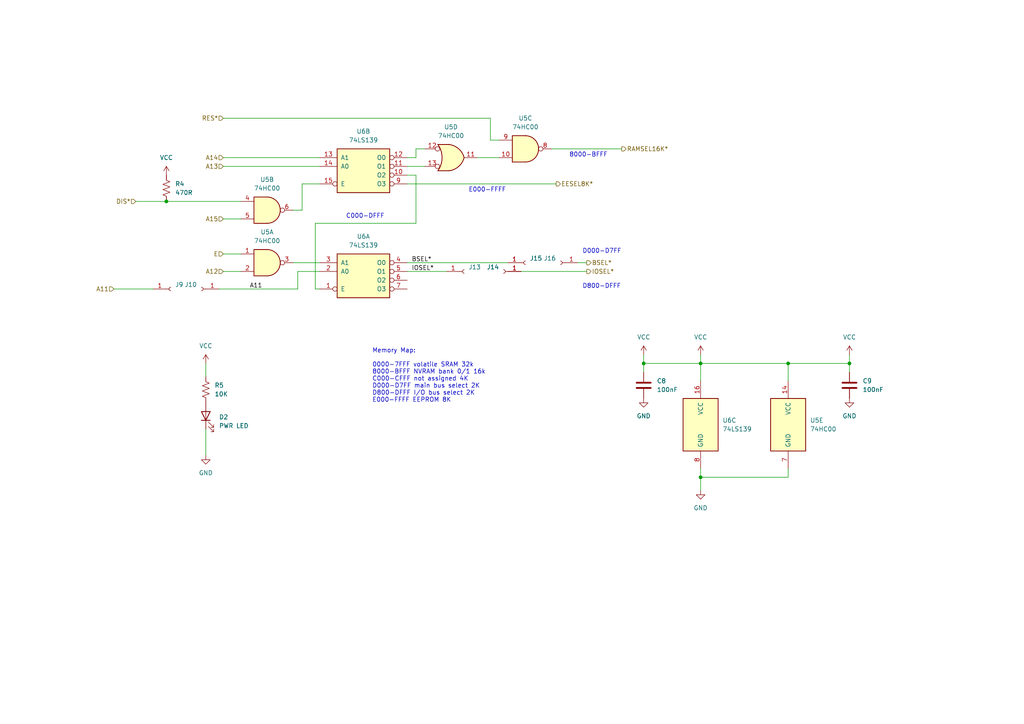
<source format=kicad_sch>
(kicad_sch (version 20211123) (generator eeschema)

  (uuid 5e63ac82-bb62-4feb-8c42-4a1ca0a78ff7)

  (paper "A4")

  (lib_symbols
    (symbol "74xx:74HC00" (pin_names (offset 1.016)) (in_bom yes) (on_board yes)
      (property "Reference" "U" (id 0) (at 0 1.27 0)
        (effects (font (size 1.27 1.27)))
      )
      (property "Value" "74HC00" (id 1) (at 0 -1.27 0)
        (effects (font (size 1.27 1.27)))
      )
      (property "Footprint" "" (id 2) (at 0 0 0)
        (effects (font (size 1.27 1.27)) hide)
      )
      (property "Datasheet" "http://www.ti.com/lit/gpn/sn74hc00" (id 3) (at 0 0 0)
        (effects (font (size 1.27 1.27)) hide)
      )
      (property "ki_locked" "" (id 4) (at 0 0 0)
        (effects (font (size 1.27 1.27)))
      )
      (property "ki_keywords" "HCMOS nand 2-input" (id 5) (at 0 0 0)
        (effects (font (size 1.27 1.27)) hide)
      )
      (property "ki_description" "quad 2-input NAND gate" (id 6) (at 0 0 0)
        (effects (font (size 1.27 1.27)) hide)
      )
      (property "ki_fp_filters" "DIP*W7.62mm* SO14*" (id 7) (at 0 0 0)
        (effects (font (size 1.27 1.27)) hide)
      )
      (symbol "74HC00_1_1"
        (arc (start 0 -3.81) (mid 3.81 0) (end 0 3.81)
          (stroke (width 0.254) (type default) (color 0 0 0 0))
          (fill (type background))
        )
        (polyline
          (pts
            (xy 0 3.81)
            (xy -3.81 3.81)
            (xy -3.81 -3.81)
            (xy 0 -3.81)
          )
          (stroke (width 0.254) (type default) (color 0 0 0 0))
          (fill (type background))
        )
        (pin input line (at -7.62 2.54 0) (length 3.81)
          (name "~" (effects (font (size 1.27 1.27))))
          (number "1" (effects (font (size 1.27 1.27))))
        )
        (pin input line (at -7.62 -2.54 0) (length 3.81)
          (name "~" (effects (font (size 1.27 1.27))))
          (number "2" (effects (font (size 1.27 1.27))))
        )
        (pin output inverted (at 7.62 0 180) (length 3.81)
          (name "~" (effects (font (size 1.27 1.27))))
          (number "3" (effects (font (size 1.27 1.27))))
        )
      )
      (symbol "74HC00_1_2"
        (arc (start -3.81 -3.81) (mid -2.589 0) (end -3.81 3.81)
          (stroke (width 0.254) (type default) (color 0 0 0 0))
          (fill (type none))
        )
        (arc (start -0.6096 -3.81) (mid 2.1842 -2.5851) (end 3.81 0)
          (stroke (width 0.254) (type default) (color 0 0 0 0))
          (fill (type background))
        )
        (polyline
          (pts
            (xy -3.81 -3.81)
            (xy -0.635 -3.81)
          )
          (stroke (width 0.254) (type default) (color 0 0 0 0))
          (fill (type background))
        )
        (polyline
          (pts
            (xy -3.81 3.81)
            (xy -0.635 3.81)
          )
          (stroke (width 0.254) (type default) (color 0 0 0 0))
          (fill (type background))
        )
        (polyline
          (pts
            (xy -0.635 3.81)
            (xy -3.81 3.81)
            (xy -3.81 3.81)
            (xy -3.556 3.4036)
            (xy -3.0226 2.2606)
            (xy -2.6924 1.0414)
            (xy -2.6162 -0.254)
            (xy -2.7686 -1.4986)
            (xy -3.175 -2.7178)
            (xy -3.81 -3.81)
            (xy -3.81 -3.81)
            (xy -0.635 -3.81)
          )
          (stroke (width -25.4) (type default) (color 0 0 0 0))
          (fill (type background))
        )
        (arc (start 3.81 0) (mid 2.1915 2.5936) (end -0.6096 3.81)
          (stroke (width 0.254) (type default) (color 0 0 0 0))
          (fill (type background))
        )
        (pin input inverted (at -7.62 2.54 0) (length 4.318)
          (name "~" (effects (font (size 1.27 1.27))))
          (number "1" (effects (font (size 1.27 1.27))))
        )
        (pin input inverted (at -7.62 -2.54 0) (length 4.318)
          (name "~" (effects (font (size 1.27 1.27))))
          (number "2" (effects (font (size 1.27 1.27))))
        )
        (pin output line (at 7.62 0 180) (length 3.81)
          (name "~" (effects (font (size 1.27 1.27))))
          (number "3" (effects (font (size 1.27 1.27))))
        )
      )
      (symbol "74HC00_2_1"
        (arc (start 0 -3.81) (mid 3.81 0) (end 0 3.81)
          (stroke (width 0.254) (type default) (color 0 0 0 0))
          (fill (type background))
        )
        (polyline
          (pts
            (xy 0 3.81)
            (xy -3.81 3.81)
            (xy -3.81 -3.81)
            (xy 0 -3.81)
          )
          (stroke (width 0.254) (type default) (color 0 0 0 0))
          (fill (type background))
        )
        (pin input line (at -7.62 2.54 0) (length 3.81)
          (name "~" (effects (font (size 1.27 1.27))))
          (number "4" (effects (font (size 1.27 1.27))))
        )
        (pin input line (at -7.62 -2.54 0) (length 3.81)
          (name "~" (effects (font (size 1.27 1.27))))
          (number "5" (effects (font (size 1.27 1.27))))
        )
        (pin output inverted (at 7.62 0 180) (length 3.81)
          (name "~" (effects (font (size 1.27 1.27))))
          (number "6" (effects (font (size 1.27 1.27))))
        )
      )
      (symbol "74HC00_2_2"
        (arc (start -3.81 -3.81) (mid -2.589 0) (end -3.81 3.81)
          (stroke (width 0.254) (type default) (color 0 0 0 0))
          (fill (type none))
        )
        (arc (start -0.6096 -3.81) (mid 2.1842 -2.5851) (end 3.81 0)
          (stroke (width 0.254) (type default) (color 0 0 0 0))
          (fill (type background))
        )
        (polyline
          (pts
            (xy -3.81 -3.81)
            (xy -0.635 -3.81)
          )
          (stroke (width 0.254) (type default) (color 0 0 0 0))
          (fill (type background))
        )
        (polyline
          (pts
            (xy -3.81 3.81)
            (xy -0.635 3.81)
          )
          (stroke (width 0.254) (type default) (color 0 0 0 0))
          (fill (type background))
        )
        (polyline
          (pts
            (xy -0.635 3.81)
            (xy -3.81 3.81)
            (xy -3.81 3.81)
            (xy -3.556 3.4036)
            (xy -3.0226 2.2606)
            (xy -2.6924 1.0414)
            (xy -2.6162 -0.254)
            (xy -2.7686 -1.4986)
            (xy -3.175 -2.7178)
            (xy -3.81 -3.81)
            (xy -3.81 -3.81)
            (xy -0.635 -3.81)
          )
          (stroke (width -25.4) (type default) (color 0 0 0 0))
          (fill (type background))
        )
        (arc (start 3.81 0) (mid 2.1915 2.5936) (end -0.6096 3.81)
          (stroke (width 0.254) (type default) (color 0 0 0 0))
          (fill (type background))
        )
        (pin input inverted (at -7.62 2.54 0) (length 4.318)
          (name "~" (effects (font (size 1.27 1.27))))
          (number "4" (effects (font (size 1.27 1.27))))
        )
        (pin input inverted (at -7.62 -2.54 0) (length 4.318)
          (name "~" (effects (font (size 1.27 1.27))))
          (number "5" (effects (font (size 1.27 1.27))))
        )
        (pin output line (at 7.62 0 180) (length 3.81)
          (name "~" (effects (font (size 1.27 1.27))))
          (number "6" (effects (font (size 1.27 1.27))))
        )
      )
      (symbol "74HC00_3_1"
        (arc (start 0 -3.81) (mid 3.81 0) (end 0 3.81)
          (stroke (width 0.254) (type default) (color 0 0 0 0))
          (fill (type background))
        )
        (polyline
          (pts
            (xy 0 3.81)
            (xy -3.81 3.81)
            (xy -3.81 -3.81)
            (xy 0 -3.81)
          )
          (stroke (width 0.254) (type default) (color 0 0 0 0))
          (fill (type background))
        )
        (pin input line (at -7.62 -2.54 0) (length 3.81)
          (name "~" (effects (font (size 1.27 1.27))))
          (number "10" (effects (font (size 1.27 1.27))))
        )
        (pin output inverted (at 7.62 0 180) (length 3.81)
          (name "~" (effects (font (size 1.27 1.27))))
          (number "8" (effects (font (size 1.27 1.27))))
        )
        (pin input line (at -7.62 2.54 0) (length 3.81)
          (name "~" (effects (font (size 1.27 1.27))))
          (number "9" (effects (font (size 1.27 1.27))))
        )
      )
      (symbol "74HC00_3_2"
        (arc (start -3.81 -3.81) (mid -2.589 0) (end -3.81 3.81)
          (stroke (width 0.254) (type default) (color 0 0 0 0))
          (fill (type none))
        )
        (arc (start -0.6096 -3.81) (mid 2.1842 -2.5851) (end 3.81 0)
          (stroke (width 0.254) (type default) (color 0 0 0 0))
          (fill (type background))
        )
        (polyline
          (pts
            (xy -3.81 -3.81)
            (xy -0.635 -3.81)
          )
          (stroke (width 0.254) (type default) (color 0 0 0 0))
          (fill (type background))
        )
        (polyline
          (pts
            (xy -3.81 3.81)
            (xy -0.635 3.81)
          )
          (stroke (width 0.254) (type default) (color 0 0 0 0))
          (fill (type background))
        )
        (polyline
          (pts
            (xy -0.635 3.81)
            (xy -3.81 3.81)
            (xy -3.81 3.81)
            (xy -3.556 3.4036)
            (xy -3.0226 2.2606)
            (xy -2.6924 1.0414)
            (xy -2.6162 -0.254)
            (xy -2.7686 -1.4986)
            (xy -3.175 -2.7178)
            (xy -3.81 -3.81)
            (xy -3.81 -3.81)
            (xy -0.635 -3.81)
          )
          (stroke (width -25.4) (type default) (color 0 0 0 0))
          (fill (type background))
        )
        (arc (start 3.81 0) (mid 2.1915 2.5936) (end -0.6096 3.81)
          (stroke (width 0.254) (type default) (color 0 0 0 0))
          (fill (type background))
        )
        (pin input inverted (at -7.62 -2.54 0) (length 4.318)
          (name "~" (effects (font (size 1.27 1.27))))
          (number "10" (effects (font (size 1.27 1.27))))
        )
        (pin output line (at 7.62 0 180) (length 3.81)
          (name "~" (effects (font (size 1.27 1.27))))
          (number "8" (effects (font (size 1.27 1.27))))
        )
        (pin input inverted (at -7.62 2.54 0) (length 4.318)
          (name "~" (effects (font (size 1.27 1.27))))
          (number "9" (effects (font (size 1.27 1.27))))
        )
      )
      (symbol "74HC00_4_1"
        (arc (start 0 -3.81) (mid 3.81 0) (end 0 3.81)
          (stroke (width 0.254) (type default) (color 0 0 0 0))
          (fill (type background))
        )
        (polyline
          (pts
            (xy 0 3.81)
            (xy -3.81 3.81)
            (xy -3.81 -3.81)
            (xy 0 -3.81)
          )
          (stroke (width 0.254) (type default) (color 0 0 0 0))
          (fill (type background))
        )
        (pin output inverted (at 7.62 0 180) (length 3.81)
          (name "~" (effects (font (size 1.27 1.27))))
          (number "11" (effects (font (size 1.27 1.27))))
        )
        (pin input line (at -7.62 2.54 0) (length 3.81)
          (name "~" (effects (font (size 1.27 1.27))))
          (number "12" (effects (font (size 1.27 1.27))))
        )
        (pin input line (at -7.62 -2.54 0) (length 3.81)
          (name "~" (effects (font (size 1.27 1.27))))
          (number "13" (effects (font (size 1.27 1.27))))
        )
      )
      (symbol "74HC00_4_2"
        (arc (start -3.81 -3.81) (mid -2.589 0) (end -3.81 3.81)
          (stroke (width 0.254) (type default) (color 0 0 0 0))
          (fill (type none))
        )
        (arc (start -0.6096 -3.81) (mid 2.1842 -2.5851) (end 3.81 0)
          (stroke (width 0.254) (type default) (color 0 0 0 0))
          (fill (type background))
        )
        (polyline
          (pts
            (xy -3.81 -3.81)
            (xy -0.635 -3.81)
          )
          (stroke (width 0.254) (type default) (color 0 0 0 0))
          (fill (type background))
        )
        (polyline
          (pts
            (xy -3.81 3.81)
            (xy -0.635 3.81)
          )
          (stroke (width 0.254) (type default) (color 0 0 0 0))
          (fill (type background))
        )
        (polyline
          (pts
            (xy -0.635 3.81)
            (xy -3.81 3.81)
            (xy -3.81 3.81)
            (xy -3.556 3.4036)
            (xy -3.0226 2.2606)
            (xy -2.6924 1.0414)
            (xy -2.6162 -0.254)
            (xy -2.7686 -1.4986)
            (xy -3.175 -2.7178)
            (xy -3.81 -3.81)
            (xy -3.81 -3.81)
            (xy -0.635 -3.81)
          )
          (stroke (width -25.4) (type default) (color 0 0 0 0))
          (fill (type background))
        )
        (arc (start 3.81 0) (mid 2.1915 2.5936) (end -0.6096 3.81)
          (stroke (width 0.254) (type default) (color 0 0 0 0))
          (fill (type background))
        )
        (pin output line (at 7.62 0 180) (length 3.81)
          (name "~" (effects (font (size 1.27 1.27))))
          (number "11" (effects (font (size 1.27 1.27))))
        )
        (pin input inverted (at -7.62 2.54 0) (length 4.318)
          (name "~" (effects (font (size 1.27 1.27))))
          (number "12" (effects (font (size 1.27 1.27))))
        )
        (pin input inverted (at -7.62 -2.54 0) (length 4.318)
          (name "~" (effects (font (size 1.27 1.27))))
          (number "13" (effects (font (size 1.27 1.27))))
        )
      )
      (symbol "74HC00_5_0"
        (pin power_in line (at 0 12.7 270) (length 5.08)
          (name "VCC" (effects (font (size 1.27 1.27))))
          (number "14" (effects (font (size 1.27 1.27))))
        )
        (pin power_in line (at 0 -12.7 90) (length 5.08)
          (name "GND" (effects (font (size 1.27 1.27))))
          (number "7" (effects (font (size 1.27 1.27))))
        )
      )
      (symbol "74HC00_5_1"
        (rectangle (start -5.08 7.62) (end 5.08 -7.62)
          (stroke (width 0.254) (type default) (color 0 0 0 0))
          (fill (type background))
        )
      )
    )
    (symbol "74xx:74LS139" (pin_names (offset 1.016)) (in_bom yes) (on_board yes)
      (property "Reference" "U" (id 0) (at -7.62 8.89 0)
        (effects (font (size 1.27 1.27)))
      )
      (property "Value" "74LS139" (id 1) (at -7.62 -8.89 0)
        (effects (font (size 1.27 1.27)))
      )
      (property "Footprint" "" (id 2) (at 0 0 0)
        (effects (font (size 1.27 1.27)) hide)
      )
      (property "Datasheet" "http://www.ti.com/lit/ds/symlink/sn74ls139a.pdf" (id 3) (at 0 0 0)
        (effects (font (size 1.27 1.27)) hide)
      )
      (property "ki_locked" "" (id 4) (at 0 0 0)
        (effects (font (size 1.27 1.27)))
      )
      (property "ki_keywords" "TTL DECOD4" (id 5) (at 0 0 0)
        (effects (font (size 1.27 1.27)) hide)
      )
      (property "ki_description" "Dual Decoder 1 of 4, Active low outputs" (id 6) (at 0 0 0)
        (effects (font (size 1.27 1.27)) hide)
      )
      (property "ki_fp_filters" "DIP?16*" (id 7) (at 0 0 0)
        (effects (font (size 1.27 1.27)) hide)
      )
      (symbol "74LS139_1_0"
        (pin input inverted (at -12.7 -5.08 0) (length 5.08)
          (name "E" (effects (font (size 1.27 1.27))))
          (number "1" (effects (font (size 1.27 1.27))))
        )
        (pin input line (at -12.7 0 0) (length 5.08)
          (name "A0" (effects (font (size 1.27 1.27))))
          (number "2" (effects (font (size 1.27 1.27))))
        )
        (pin input line (at -12.7 2.54 0) (length 5.08)
          (name "A1" (effects (font (size 1.27 1.27))))
          (number "3" (effects (font (size 1.27 1.27))))
        )
        (pin output inverted (at 12.7 2.54 180) (length 5.08)
          (name "O0" (effects (font (size 1.27 1.27))))
          (number "4" (effects (font (size 1.27 1.27))))
        )
        (pin output inverted (at 12.7 0 180) (length 5.08)
          (name "O1" (effects (font (size 1.27 1.27))))
          (number "5" (effects (font (size 1.27 1.27))))
        )
        (pin output inverted (at 12.7 -2.54 180) (length 5.08)
          (name "O2" (effects (font (size 1.27 1.27))))
          (number "6" (effects (font (size 1.27 1.27))))
        )
        (pin output inverted (at 12.7 -5.08 180) (length 5.08)
          (name "O3" (effects (font (size 1.27 1.27))))
          (number "7" (effects (font (size 1.27 1.27))))
        )
      )
      (symbol "74LS139_1_1"
        (rectangle (start -7.62 5.08) (end 7.62 -7.62)
          (stroke (width 0.254) (type default) (color 0 0 0 0))
          (fill (type background))
        )
      )
      (symbol "74LS139_2_0"
        (pin output inverted (at 12.7 -2.54 180) (length 5.08)
          (name "O2" (effects (font (size 1.27 1.27))))
          (number "10" (effects (font (size 1.27 1.27))))
        )
        (pin output inverted (at 12.7 0 180) (length 5.08)
          (name "O1" (effects (font (size 1.27 1.27))))
          (number "11" (effects (font (size 1.27 1.27))))
        )
        (pin output inverted (at 12.7 2.54 180) (length 5.08)
          (name "O0" (effects (font (size 1.27 1.27))))
          (number "12" (effects (font (size 1.27 1.27))))
        )
        (pin input line (at -12.7 2.54 0) (length 5.08)
          (name "A1" (effects (font (size 1.27 1.27))))
          (number "13" (effects (font (size 1.27 1.27))))
        )
        (pin input line (at -12.7 0 0) (length 5.08)
          (name "A0" (effects (font (size 1.27 1.27))))
          (number "14" (effects (font (size 1.27 1.27))))
        )
        (pin input inverted (at -12.7 -5.08 0) (length 5.08)
          (name "E" (effects (font (size 1.27 1.27))))
          (number "15" (effects (font (size 1.27 1.27))))
        )
        (pin output inverted (at 12.7 -5.08 180) (length 5.08)
          (name "O3" (effects (font (size 1.27 1.27))))
          (number "9" (effects (font (size 1.27 1.27))))
        )
      )
      (symbol "74LS139_2_1"
        (rectangle (start -7.62 5.08) (end 7.62 -7.62)
          (stroke (width 0.254) (type default) (color 0 0 0 0))
          (fill (type background))
        )
      )
      (symbol "74LS139_3_0"
        (pin power_in line (at 0 12.7 270) (length 5.08)
          (name "VCC" (effects (font (size 1.27 1.27))))
          (number "16" (effects (font (size 1.27 1.27))))
        )
        (pin power_in line (at 0 -12.7 90) (length 5.08)
          (name "GND" (effects (font (size 1.27 1.27))))
          (number "8" (effects (font (size 1.27 1.27))))
        )
      )
      (symbol "74LS139_3_1"
        (rectangle (start -5.08 7.62) (end 5.08 -7.62)
          (stroke (width 0.254) (type default) (color 0 0 0 0))
          (fill (type background))
        )
      )
    )
    (symbol "Connector:Conn_01x01_Female" (pin_names (offset 1.016) hide) (in_bom yes) (on_board yes)
      (property "Reference" "J" (id 0) (at 0 2.54 0)
        (effects (font (size 1.27 1.27)))
      )
      (property "Value" "Conn_01x01_Female" (id 1) (at 0 -2.54 0)
        (effects (font (size 1.27 1.27)))
      )
      (property "Footprint" "" (id 2) (at 0 0 0)
        (effects (font (size 1.27 1.27)) hide)
      )
      (property "Datasheet" "~" (id 3) (at 0 0 0)
        (effects (font (size 1.27 1.27)) hide)
      )
      (property "ki_keywords" "connector" (id 4) (at 0 0 0)
        (effects (font (size 1.27 1.27)) hide)
      )
      (property "ki_description" "Generic connector, single row, 01x01, script generated (kicad-library-utils/schlib/autogen/connector/)" (id 5) (at 0 0 0)
        (effects (font (size 1.27 1.27)) hide)
      )
      (property "ki_fp_filters" "Connector*:*" (id 6) (at 0 0 0)
        (effects (font (size 1.27 1.27)) hide)
      )
      (symbol "Conn_01x01_Female_1_1"
        (polyline
          (pts
            (xy -1.27 0)
            (xy -0.508 0)
          )
          (stroke (width 0.1524) (type default) (color 0 0 0 0))
          (fill (type none))
        )
        (arc (start 0 0.508) (mid -0.508 0) (end 0 -0.508)
          (stroke (width 0.1524) (type default) (color 0 0 0 0))
          (fill (type none))
        )
        (pin passive line (at -5.08 0 0) (length 3.81)
          (name "Pin_1" (effects (font (size 1.27 1.27))))
          (number "1" (effects (font (size 1.27 1.27))))
        )
      )
    )
    (symbol "Device:C" (pin_numbers hide) (pin_names (offset 0.254)) (in_bom yes) (on_board yes)
      (property "Reference" "C" (id 0) (at 0.635 2.54 0)
        (effects (font (size 1.27 1.27)) (justify left))
      )
      (property "Value" "C" (id 1) (at 0.635 -2.54 0)
        (effects (font (size 1.27 1.27)) (justify left))
      )
      (property "Footprint" "" (id 2) (at 0.9652 -3.81 0)
        (effects (font (size 1.27 1.27)) hide)
      )
      (property "Datasheet" "~" (id 3) (at 0 0 0)
        (effects (font (size 1.27 1.27)) hide)
      )
      (property "ki_keywords" "cap capacitor" (id 4) (at 0 0 0)
        (effects (font (size 1.27 1.27)) hide)
      )
      (property "ki_description" "Unpolarized capacitor" (id 5) (at 0 0 0)
        (effects (font (size 1.27 1.27)) hide)
      )
      (property "ki_fp_filters" "C_*" (id 6) (at 0 0 0)
        (effects (font (size 1.27 1.27)) hide)
      )
      (symbol "C_0_1"
        (polyline
          (pts
            (xy -2.032 -0.762)
            (xy 2.032 -0.762)
          )
          (stroke (width 0.508) (type default) (color 0 0 0 0))
          (fill (type none))
        )
        (polyline
          (pts
            (xy -2.032 0.762)
            (xy 2.032 0.762)
          )
          (stroke (width 0.508) (type default) (color 0 0 0 0))
          (fill (type none))
        )
      )
      (symbol "C_1_1"
        (pin passive line (at 0 3.81 270) (length 2.794)
          (name "~" (effects (font (size 1.27 1.27))))
          (number "1" (effects (font (size 1.27 1.27))))
        )
        (pin passive line (at 0 -3.81 90) (length 2.794)
          (name "~" (effects (font (size 1.27 1.27))))
          (number "2" (effects (font (size 1.27 1.27))))
        )
      )
    )
    (symbol "Device:LED" (pin_numbers hide) (pin_names (offset 1.016) hide) (in_bom yes) (on_board yes)
      (property "Reference" "D" (id 0) (at 0 2.54 0)
        (effects (font (size 1.27 1.27)))
      )
      (property "Value" "LED" (id 1) (at 0 -2.54 0)
        (effects (font (size 1.27 1.27)))
      )
      (property "Footprint" "" (id 2) (at 0 0 0)
        (effects (font (size 1.27 1.27)) hide)
      )
      (property "Datasheet" "~" (id 3) (at 0 0 0)
        (effects (font (size 1.27 1.27)) hide)
      )
      (property "ki_keywords" "LED diode" (id 4) (at 0 0 0)
        (effects (font (size 1.27 1.27)) hide)
      )
      (property "ki_description" "Light emitting diode" (id 5) (at 0 0 0)
        (effects (font (size 1.27 1.27)) hide)
      )
      (property "ki_fp_filters" "LED* LED_SMD:* LED_THT:*" (id 6) (at 0 0 0)
        (effects (font (size 1.27 1.27)) hide)
      )
      (symbol "LED_0_1"
        (polyline
          (pts
            (xy -1.27 -1.27)
            (xy -1.27 1.27)
          )
          (stroke (width 0.254) (type default) (color 0 0 0 0))
          (fill (type none))
        )
        (polyline
          (pts
            (xy -1.27 0)
            (xy 1.27 0)
          )
          (stroke (width 0) (type default) (color 0 0 0 0))
          (fill (type none))
        )
        (polyline
          (pts
            (xy 1.27 -1.27)
            (xy 1.27 1.27)
            (xy -1.27 0)
            (xy 1.27 -1.27)
          )
          (stroke (width 0.254) (type default) (color 0 0 0 0))
          (fill (type none))
        )
        (polyline
          (pts
            (xy -3.048 -0.762)
            (xy -4.572 -2.286)
            (xy -3.81 -2.286)
            (xy -4.572 -2.286)
            (xy -4.572 -1.524)
          )
          (stroke (width 0) (type default) (color 0 0 0 0))
          (fill (type none))
        )
        (polyline
          (pts
            (xy -1.778 -0.762)
            (xy -3.302 -2.286)
            (xy -2.54 -2.286)
            (xy -3.302 -2.286)
            (xy -3.302 -1.524)
          )
          (stroke (width 0) (type default) (color 0 0 0 0))
          (fill (type none))
        )
      )
      (symbol "LED_1_1"
        (pin passive line (at -3.81 0 0) (length 2.54)
          (name "K" (effects (font (size 1.27 1.27))))
          (number "1" (effects (font (size 1.27 1.27))))
        )
        (pin passive line (at 3.81 0 180) (length 2.54)
          (name "A" (effects (font (size 1.27 1.27))))
          (number "2" (effects (font (size 1.27 1.27))))
        )
      )
    )
    (symbol "Device:R_US" (pin_numbers hide) (pin_names (offset 0)) (in_bom yes) (on_board yes)
      (property "Reference" "R" (id 0) (at 2.54 0 90)
        (effects (font (size 1.27 1.27)))
      )
      (property "Value" "R_US" (id 1) (at -2.54 0 90)
        (effects (font (size 1.27 1.27)))
      )
      (property "Footprint" "" (id 2) (at 1.016 -0.254 90)
        (effects (font (size 1.27 1.27)) hide)
      )
      (property "Datasheet" "~" (id 3) (at 0 0 0)
        (effects (font (size 1.27 1.27)) hide)
      )
      (property "ki_keywords" "R res resistor" (id 4) (at 0 0 0)
        (effects (font (size 1.27 1.27)) hide)
      )
      (property "ki_description" "Resistor, US symbol" (id 5) (at 0 0 0)
        (effects (font (size 1.27 1.27)) hide)
      )
      (property "ki_fp_filters" "R_*" (id 6) (at 0 0 0)
        (effects (font (size 1.27 1.27)) hide)
      )
      (symbol "R_US_0_1"
        (polyline
          (pts
            (xy 0 -2.286)
            (xy 0 -2.54)
          )
          (stroke (width 0) (type default) (color 0 0 0 0))
          (fill (type none))
        )
        (polyline
          (pts
            (xy 0 2.286)
            (xy 0 2.54)
          )
          (stroke (width 0) (type default) (color 0 0 0 0))
          (fill (type none))
        )
        (polyline
          (pts
            (xy 0 -0.762)
            (xy 1.016 -1.143)
            (xy 0 -1.524)
            (xy -1.016 -1.905)
            (xy 0 -2.286)
          )
          (stroke (width 0) (type default) (color 0 0 0 0))
          (fill (type none))
        )
        (polyline
          (pts
            (xy 0 0.762)
            (xy 1.016 0.381)
            (xy 0 0)
            (xy -1.016 -0.381)
            (xy 0 -0.762)
          )
          (stroke (width 0) (type default) (color 0 0 0 0))
          (fill (type none))
        )
        (polyline
          (pts
            (xy 0 2.286)
            (xy 1.016 1.905)
            (xy 0 1.524)
            (xy -1.016 1.143)
            (xy 0 0.762)
          )
          (stroke (width 0) (type default) (color 0 0 0 0))
          (fill (type none))
        )
      )
      (symbol "R_US_1_1"
        (pin passive line (at 0 3.81 270) (length 1.27)
          (name "~" (effects (font (size 1.27 1.27))))
          (number "1" (effects (font (size 1.27 1.27))))
        )
        (pin passive line (at 0 -3.81 90) (length 1.27)
          (name "~" (effects (font (size 1.27 1.27))))
          (number "2" (effects (font (size 1.27 1.27))))
        )
      )
    )
    (symbol "power:GND" (power) (pin_names (offset 0)) (in_bom yes) (on_board yes)
      (property "Reference" "#PWR" (id 0) (at 0 -6.35 0)
        (effects (font (size 1.27 1.27)) hide)
      )
      (property "Value" "GND" (id 1) (at 0 -3.81 0)
        (effects (font (size 1.27 1.27)))
      )
      (property "Footprint" "" (id 2) (at 0 0 0)
        (effects (font (size 1.27 1.27)) hide)
      )
      (property "Datasheet" "" (id 3) (at 0 0 0)
        (effects (font (size 1.27 1.27)) hide)
      )
      (property "ki_keywords" "power-flag" (id 4) (at 0 0 0)
        (effects (font (size 1.27 1.27)) hide)
      )
      (property "ki_description" "Power symbol creates a global label with name \"GND\" , ground" (id 5) (at 0 0 0)
        (effects (font (size 1.27 1.27)) hide)
      )
      (symbol "GND_0_1"
        (polyline
          (pts
            (xy 0 0)
            (xy 0 -1.27)
            (xy 1.27 -1.27)
            (xy 0 -2.54)
            (xy -1.27 -1.27)
            (xy 0 -1.27)
          )
          (stroke (width 0) (type default) (color 0 0 0 0))
          (fill (type none))
        )
      )
      (symbol "GND_1_1"
        (pin power_in line (at 0 0 270) (length 0) hide
          (name "GND" (effects (font (size 1.27 1.27))))
          (number "1" (effects (font (size 1.27 1.27))))
        )
      )
    )
    (symbol "power:VCC" (power) (pin_names (offset 0)) (in_bom yes) (on_board yes)
      (property "Reference" "#PWR" (id 0) (at 0 -3.81 0)
        (effects (font (size 1.27 1.27)) hide)
      )
      (property "Value" "VCC" (id 1) (at 0 3.81 0)
        (effects (font (size 1.27 1.27)))
      )
      (property "Footprint" "" (id 2) (at 0 0 0)
        (effects (font (size 1.27 1.27)) hide)
      )
      (property "Datasheet" "" (id 3) (at 0 0 0)
        (effects (font (size 1.27 1.27)) hide)
      )
      (property "ki_keywords" "power-flag" (id 4) (at 0 0 0)
        (effects (font (size 1.27 1.27)) hide)
      )
      (property "ki_description" "Power symbol creates a global label with name \"VCC\"" (id 5) (at 0 0 0)
        (effects (font (size 1.27 1.27)) hide)
      )
      (symbol "VCC_0_1"
        (polyline
          (pts
            (xy -0.762 1.27)
            (xy 0 2.54)
          )
          (stroke (width 0) (type default) (color 0 0 0 0))
          (fill (type none))
        )
        (polyline
          (pts
            (xy 0 0)
            (xy 0 2.54)
          )
          (stroke (width 0) (type default) (color 0 0 0 0))
          (fill (type none))
        )
        (polyline
          (pts
            (xy 0 2.54)
            (xy 0.762 1.27)
          )
          (stroke (width 0) (type default) (color 0 0 0 0))
          (fill (type none))
        )
      )
      (symbol "VCC_1_1"
        (pin power_in line (at 0 0 90) (length 0) hide
          (name "VCC" (effects (font (size 1.27 1.27))))
          (number "1" (effects (font (size 1.27 1.27))))
        )
      )
    )
  )

  (junction (at 203.2 105.41) (diameter 0) (color 0 0 0 0)
    (uuid 3695d269-734d-43b1-b332-2e3ec68bb4ea)
  )
  (junction (at 48.26 58.42) (diameter 0) (color 0 0 0 0)
    (uuid 6215a9d4-a919-4bc4-8c60-300e97ad240a)
  )
  (junction (at 186.69 105.41) (diameter 0) (color 0 0 0 0)
    (uuid 6a2861b0-a9d6-4d71-bbbf-a8eeddea874b)
  )
  (junction (at 228.6 105.41) (diameter 0) (color 0 0 0 0)
    (uuid 6e11127a-50bc-4eec-ac80-721ac68aac54)
  )
  (junction (at 246.38 105.41) (diameter 0) (color 0 0 0 0)
    (uuid 7d77720d-f012-42db-9f40-1828d27f80dd)
  )
  (junction (at 203.2 138.43) (diameter 0) (color 0 0 0 0)
    (uuid 97460e9d-ae79-40da-b3ef-564a6efb9d0a)
  )

  (wire (pts (xy 48.26 58.42) (xy 69.85 58.42))
    (stroke (width 0) (type default) (color 0 0 0 0))
    (uuid 08507b62-5c37-4eca-9f7f-221b9949d24d)
  )
  (wire (pts (xy 85.09 60.96) (xy 87.63 60.96))
    (stroke (width 0) (type default) (color 0 0 0 0))
    (uuid 086a7ea8-92fb-472a-9b65-7f6d16ce425f)
  )
  (wire (pts (xy 64.77 48.26) (xy 92.71 48.26))
    (stroke (width 0) (type default) (color 0 0 0 0))
    (uuid 0a3e7ff2-c30e-46e6-af16-0dd98826589a)
  )
  (wire (pts (xy 138.43 45.72) (xy 144.78 45.72))
    (stroke (width 0) (type default) (color 0 0 0 0))
    (uuid 2140eeef-19a1-45e5-b3c6-ef66930010a2)
  )
  (wire (pts (xy 85.09 76.2) (xy 92.71 76.2))
    (stroke (width 0) (type default) (color 0 0 0 0))
    (uuid 230e1c99-d9b3-46e3-b66a-6d7fab0a0cac)
  )
  (wire (pts (xy 118.11 76.2) (xy 147.32 76.2))
    (stroke (width 0) (type default) (color 0 0 0 0))
    (uuid 23c12727-0d9a-42d8-93ae-1d8182d7a14b)
  )
  (wire (pts (xy 120.65 50.8) (xy 120.65 64.77))
    (stroke (width 0) (type default) (color 0 0 0 0))
    (uuid 265c259b-751f-4ffb-82a0-d3ceebbe5a69)
  )
  (wire (pts (xy 33.02 83.82) (xy 44.45 83.82))
    (stroke (width 0) (type default) (color 0 0 0 0))
    (uuid 2e042069-dcb6-485d-ae25-2ad696ad794f)
  )
  (wire (pts (xy 118.11 50.8) (xy 120.65 50.8))
    (stroke (width 0) (type default) (color 0 0 0 0))
    (uuid 3493c40c-dea7-4d83-8e84-5bc815e71b05)
  )
  (wire (pts (xy 186.69 105.41) (xy 203.2 105.41))
    (stroke (width 0) (type default) (color 0 0 0 0))
    (uuid 385734bd-284f-4538-be54-901e247a8ade)
  )
  (wire (pts (xy 86.36 83.82) (xy 86.36 78.74))
    (stroke (width 0) (type default) (color 0 0 0 0))
    (uuid 3bf428aa-1d67-413d-8751-e5136d6d6477)
  )
  (wire (pts (xy 151.13 78.74) (xy 170.18 78.74))
    (stroke (width 0) (type default) (color 0 0 0 0))
    (uuid 3e3c62aa-1cc0-4778-85d3-7d8249404ff1)
  )
  (wire (pts (xy 203.2 102.87) (xy 203.2 105.41))
    (stroke (width 0) (type default) (color 0 0 0 0))
    (uuid 42c20add-ec31-418c-95ed-d85c16713da6)
  )
  (wire (pts (xy 228.6 105.41) (xy 203.2 105.41))
    (stroke (width 0) (type default) (color 0 0 0 0))
    (uuid 46dae707-572c-4f08-a317-6826636e8610)
  )
  (wire (pts (xy 186.69 102.87) (xy 186.69 105.41))
    (stroke (width 0) (type default) (color 0 0 0 0))
    (uuid 4704ea69-f2ea-4b4c-aa76-6d61f50c15f2)
  )
  (wire (pts (xy 118.11 45.72) (xy 120.65 45.72))
    (stroke (width 0) (type default) (color 0 0 0 0))
    (uuid 47ff9744-9dab-4741-b1f1-c609f1531474)
  )
  (wire (pts (xy 246.38 105.41) (xy 246.38 107.95))
    (stroke (width 0) (type default) (color 0 0 0 0))
    (uuid 48eafc9c-fc43-4e9d-b4bf-0c652db30b1d)
  )
  (wire (pts (xy 59.69 105.41) (xy 59.69 109.22))
    (stroke (width 0) (type default) (color 0 0 0 0))
    (uuid 4b08c0b6-229e-4a25-8111-79b932507dc0)
  )
  (wire (pts (xy 228.6 110.49) (xy 228.6 105.41))
    (stroke (width 0) (type default) (color 0 0 0 0))
    (uuid 4bf39b7e-ebd4-4ca6-9ca5-bc56f253f1a8)
  )
  (wire (pts (xy 228.6 105.41) (xy 246.38 105.41))
    (stroke (width 0) (type default) (color 0 0 0 0))
    (uuid 56aa42d2-6a90-4978-80f6-c300746e63c9)
  )
  (wire (pts (xy 120.65 43.18) (xy 123.19 43.18))
    (stroke (width 0) (type default) (color 0 0 0 0))
    (uuid 5a833f0f-91cc-40a3-9dc9-0b69996c5603)
  )
  (wire (pts (xy 86.36 78.74) (xy 92.71 78.74))
    (stroke (width 0) (type default) (color 0 0 0 0))
    (uuid 5db27253-3cf0-4c95-9d94-f8a374ddc367)
  )
  (wire (pts (xy 118.11 53.34) (xy 161.29 53.34))
    (stroke (width 0) (type default) (color 0 0 0 0))
    (uuid 61b2fc64-9f20-4d1a-a956-f4cd431249c7)
  )
  (wire (pts (xy 180.34 43.18) (xy 160.02 43.18))
    (stroke (width 0) (type default) (color 0 0 0 0))
    (uuid 65b74c45-d5ed-4d4f-9dc9-8f2a83d727bb)
  )
  (wire (pts (xy 63.5 83.82) (xy 86.36 83.82))
    (stroke (width 0) (type default) (color 0 0 0 0))
    (uuid 66df2a73-03fd-42fc-b4d0-80aec09dbefd)
  )
  (wire (pts (xy 142.24 40.64) (xy 144.78 40.64))
    (stroke (width 0) (type default) (color 0 0 0 0))
    (uuid 736fdbe7-5d44-48b0-83b5-b14f8853b81f)
  )
  (wire (pts (xy 120.65 64.77) (xy 91.44 64.77))
    (stroke (width 0) (type default) (color 0 0 0 0))
    (uuid 73a807cb-967b-4e7e-a3f7-b83f6d997505)
  )
  (wire (pts (xy 203.2 105.41) (xy 203.2 110.49))
    (stroke (width 0) (type default) (color 0 0 0 0))
    (uuid 83c510a2-cebe-49a6-9cdd-8ebc04a6f2a6)
  )
  (wire (pts (xy 91.44 83.82) (xy 92.71 83.82))
    (stroke (width 0) (type default) (color 0 0 0 0))
    (uuid 9494f082-d800-42dc-a51c-ca75020935f3)
  )
  (wire (pts (xy 167.64 76.2) (xy 170.18 76.2))
    (stroke (width 0) (type default) (color 0 0 0 0))
    (uuid 9b3bfbfa-7fed-43b7-b693-f01601e50f7e)
  )
  (wire (pts (xy 64.77 45.72) (xy 92.71 45.72))
    (stroke (width 0) (type default) (color 0 0 0 0))
    (uuid 9c3b5a64-fe85-4d63-b838-d27869732a20)
  )
  (wire (pts (xy 186.69 105.41) (xy 186.69 107.95))
    (stroke (width 0) (type default) (color 0 0 0 0))
    (uuid 9e14c3e3-d675-4866-9808-901d2ea122e5)
  )
  (wire (pts (xy 120.65 45.72) (xy 120.65 43.18))
    (stroke (width 0) (type default) (color 0 0 0 0))
    (uuid a15831de-f5a1-4c4a-8e99-9697bde06cbe)
  )
  (wire (pts (xy 246.38 102.87) (xy 246.38 105.41))
    (stroke (width 0) (type default) (color 0 0 0 0))
    (uuid a27d0d86-f9fb-4ebe-8819-c54990f95e8e)
  )
  (wire (pts (xy 203.2 138.43) (xy 203.2 135.89))
    (stroke (width 0) (type default) (color 0 0 0 0))
    (uuid a4dc7821-9d8b-452d-b486-5866942a12c9)
  )
  (wire (pts (xy 64.77 63.5) (xy 69.85 63.5))
    (stroke (width 0) (type default) (color 0 0 0 0))
    (uuid a71d19b8-f7ea-4336-9a45-e282834e70f1)
  )
  (wire (pts (xy 64.77 73.66) (xy 69.85 73.66))
    (stroke (width 0) (type default) (color 0 0 0 0))
    (uuid b9f8034f-2d04-4ed2-9992-7f1c49ffcce3)
  )
  (wire (pts (xy 118.11 78.74) (xy 129.54 78.74))
    (stroke (width 0) (type default) (color 0 0 0 0))
    (uuid bc3bedae-d74d-45bd-9f39-53b00b543d4a)
  )
  (wire (pts (xy 228.6 138.43) (xy 203.2 138.43))
    (stroke (width 0) (type default) (color 0 0 0 0))
    (uuid bdb7a370-c9db-44bc-afeb-9726d0659ef6)
  )
  (wire (pts (xy 64.77 78.74) (xy 69.85 78.74))
    (stroke (width 0) (type default) (color 0 0 0 0))
    (uuid c971e884-b926-4eb6-bd37-00e3c8bc9190)
  )
  (wire (pts (xy 59.69 132.08) (xy 59.69 124.46))
    (stroke (width 0) (type default) (color 0 0 0 0))
    (uuid cb9568dc-fbf1-448e-adb4-48e88542ef84)
  )
  (wire (pts (xy 87.63 53.34) (xy 92.71 53.34))
    (stroke (width 0) (type default) (color 0 0 0 0))
    (uuid d1ee3486-eb3f-4aa0-8dd7-808902dbeba7)
  )
  (wire (pts (xy 64.77 34.29) (xy 142.24 34.29))
    (stroke (width 0) (type default) (color 0 0 0 0))
    (uuid d2816426-f92e-4a8e-8a1d-8b589dd22da4)
  )
  (wire (pts (xy 142.24 34.29) (xy 142.24 40.64))
    (stroke (width 0) (type default) (color 0 0 0 0))
    (uuid d58a45b9-0d0f-4642-9f39-79217bfd4183)
  )
  (wire (pts (xy 203.2 142.24) (xy 203.2 138.43))
    (stroke (width 0) (type default) (color 0 0 0 0))
    (uuid d8c126b7-7e86-42f4-b009-de27b4f1e82c)
  )
  (wire (pts (xy 91.44 64.77) (xy 91.44 83.82))
    (stroke (width 0) (type default) (color 0 0 0 0))
    (uuid d8e78b02-2f0a-44b4-8893-33fdc442fcd4)
  )
  (wire (pts (xy 39.37 58.42) (xy 48.26 58.42))
    (stroke (width 0) (type default) (color 0 0 0 0))
    (uuid e3dad81b-bacc-41d6-b0ae-478b080faf75)
  )
  (wire (pts (xy 118.11 48.26) (xy 123.19 48.26))
    (stroke (width 0) (type default) (color 0 0 0 0))
    (uuid e4355803-b54b-4336-a729-0e9b467511c7)
  )
  (wire (pts (xy 228.6 135.89) (xy 228.6 138.43))
    (stroke (width 0) (type default) (color 0 0 0 0))
    (uuid ec18ba06-9492-4525-bcbc-d811749b840f)
  )
  (wire (pts (xy 87.63 60.96) (xy 87.63 53.34))
    (stroke (width 0) (type default) (color 0 0 0 0))
    (uuid f7e7cbfa-6d42-485a-bb19-11245064b3e4)
  )

  (text "D800-DFFF" (at 168.91 83.82 0)
    (effects (font (size 1.27 1.27)) (justify left bottom))
    (uuid 1841a227-4e4a-426e-b933-4c8242577e91)
  )
  (text "C000-DFFF" (at 100.33 63.5 0)
    (effects (font (size 1.27 1.27)) (justify left bottom))
    (uuid 20a70114-65a0-4c51-897a-1bb4460992d2)
  )
  (text "Memory Map:\n\n0000-7FFF volatile SRAM 32k\n8000-BFFF NVRAM bank 0/1 16k\nC000-CFFF not assigned 4K\nD000-D7FF main bus select 2K\nD800-DFFF I/O bus select 2K\nE000-FFFF EEPROM 8K"
    (at 107.95 116.84 0)
    (effects (font (size 1.27 1.27)) (justify left bottom))
    (uuid 551e4dbb-44d0-40be-9bf7-a85c98fc2b3c)
  )
  (text "D000-D7FF" (at 168.91 73.66 0)
    (effects (font (size 1.27 1.27)) (justify left bottom))
    (uuid 88824729-791a-46f0-b8ea-c600d2938c4c)
  )
  (text "E000-FFFF" (at 135.89 55.88 0)
    (effects (font (size 1.27 1.27)) (justify left bottom))
    (uuid 95895102-0e0b-4fd9-ba12-0b1659971568)
  )
  (text "8000-BFFF" (at 165.1 45.72 0)
    (effects (font (size 1.27 1.27)) (justify left bottom))
    (uuid ae944667-42b2-4982-b030-0409ac819ee8)
  )

  (label "BSEL*" (at 119.38 76.2 0)
    (effects (font (size 1.27 1.27)) (justify left bottom))
    (uuid 11579253-fc8f-49e9-ab74-97d4583e983e)
  )
  (label "A11" (at 72.39 83.82 0)
    (effects (font (size 1.27 1.27)) (justify left bottom))
    (uuid a6d19177-5128-4122-8be3-1151e3d470be)
  )
  (label "IOSEL*" (at 119.38 78.74 0)
    (effects (font (size 1.27 1.27)) (justify left bottom))
    (uuid aad62270-c729-454d-a501-be78399bd52d)
  )

  (hierarchical_label "A11" (shape input) (at 33.02 83.82 180)
    (effects (font (size 1.27 1.27)) (justify right))
    (uuid 0b63507b-66e3-40f3-a096-98f7baba76ad)
  )
  (hierarchical_label "DIS*" (shape input) (at 39.37 58.42 180)
    (effects (font (size 1.27 1.27)) (justify right))
    (uuid 0e20cbc1-6cd0-4252-8a14-c1d9146f2a63)
  )
  (hierarchical_label "A13" (shape input) (at 64.77 48.26 180)
    (effects (font (size 1.27 1.27)) (justify right))
    (uuid 43b7f89d-7973-43f3-b6ec-58193606a2c7)
  )
  (hierarchical_label "BSEL*" (shape output) (at 170.18 76.2 0)
    (effects (font (size 1.27 1.27)) (justify left))
    (uuid 5bddb3a0-5c0b-408c-9931-ac6681940ec2)
  )
  (hierarchical_label "RAMSEL16K*" (shape output) (at 180.34 43.18 0)
    (effects (font (size 1.27 1.27)) (justify left))
    (uuid 6cc89a07-4695-4d12-a06c-49787eb199b3)
  )
  (hierarchical_label "RES*" (shape input) (at 64.77 34.29 180)
    (effects (font (size 1.27 1.27)) (justify right))
    (uuid 7b0e1b7a-8539-46c5-9fd3-e88be70be750)
  )
  (hierarchical_label "IOSEL*" (shape output) (at 170.18 78.74 0)
    (effects (font (size 1.27 1.27)) (justify left))
    (uuid a05ab632-a5b4-4a3a-9de4-543fec878eeb)
  )
  (hierarchical_label "EESEL8K*" (shape output) (at 161.29 53.34 0)
    (effects (font (size 1.27 1.27)) (justify left))
    (uuid b6b97b49-0e34-4deb-885e-5de6aa8a1fdf)
  )
  (hierarchical_label "A15" (shape input) (at 64.77 63.5 180)
    (effects (font (size 1.27 1.27)) (justify right))
    (uuid b9d11c43-c260-47ec-bca0-7eb6e9deac15)
  )
  (hierarchical_label "E" (shape input) (at 64.77 73.66 180)
    (effects (font (size 1.27 1.27)) (justify right))
    (uuid d913fd5f-02fe-4ac9-bfc3-de9cab74face)
  )
  (hierarchical_label "A12" (shape input) (at 64.77 78.74 180)
    (effects (font (size 1.27 1.27)) (justify right))
    (uuid e8f10fd4-6cf2-4655-adce-db97c0bab52c)
  )
  (hierarchical_label "A14" (shape input) (at 64.77 45.72 180)
    (effects (font (size 1.27 1.27)) (justify right))
    (uuid fd8258bd-09f2-4df5-80bb-2b788380afae)
  )

  (symbol (lib_id "power:VCC") (at 246.38 102.87 0) (unit 1)
    (in_bom yes) (on_board yes) (fields_autoplaced)
    (uuid 01e3d284-fc93-40e5-97cc-fe2d20dcf811)
    (property "Reference" "#PWR021" (id 0) (at 246.38 106.68 0)
      (effects (font (size 1.27 1.27)) hide)
    )
    (property "Value" "VCC" (id 1) (at 246.38 97.79 0))
    (property "Footprint" "" (id 2) (at 246.38 102.87 0)
      (effects (font (size 1.27 1.27)) hide)
    )
    (property "Datasheet" "" (id 3) (at 246.38 102.87 0)
      (effects (font (size 1.27 1.27)) hide)
    )
    (pin "1" (uuid d0181da0-8313-4c9e-89e9-e13bdc829a71))
  )

  (symbol (lib_id "Device:C") (at 186.69 111.76 0) (unit 1)
    (in_bom yes) (on_board yes) (fields_autoplaced)
    (uuid 07bd43d0-f50e-4bef-98e7-f0201091d139)
    (property "Reference" "C8" (id 0) (at 190.5 110.4899 0)
      (effects (font (size 1.27 1.27)) (justify left))
    )
    (property "Value" "100nF" (id 1) (at 190.5 113.0299 0)
      (effects (font (size 1.27 1.27)) (justify left))
    )
    (property "Footprint" "Capacitor_THT:C_Disc_D8.0mm_W5.0mm_P5.00mm" (id 2) (at 187.6552 115.57 0)
      (effects (font (size 1.27 1.27)) hide)
    )
    (property "Datasheet" "~" (id 3) (at 186.69 111.76 0)
      (effects (font (size 1.27 1.27)) hide)
    )
    (pin "1" (uuid 89b97d06-98c4-4d90-8e5f-883dddea138f))
    (pin "2" (uuid 34127789-c8dc-4a5f-b5e4-4445c5c3e3e9))
  )

  (symbol (lib_id "Connector:Conn_01x01_Female") (at 162.56 76.2 0) (mirror y) (unit 1)
    (in_bom yes) (on_board yes)
    (uuid 0907fc58-58d0-40e8-af39-e6d599adcb9e)
    (property "Reference" "J16" (id 0) (at 161.29 74.9299 0)
      (effects (font (size 1.27 1.27)) (justify left))
    )
    (property "Value" "Conn_01x01_Female" (id 1) (at 170.18 78.74 0)
      (effects (font (size 1.27 1.27)) (justify left) hide)
    )
    (property "Footprint" "Connector_PinHeader_2.00mm:PinHeader_1x01_P2.00mm_Vertical" (id 2) (at 162.56 76.2 0)
      (effects (font (size 1.27 1.27)) hide)
    )
    (property "Datasheet" "~" (id 3) (at 162.56 76.2 0)
      (effects (font (size 1.27 1.27)) hide)
    )
    (pin "1" (uuid 5ef91c70-7175-438c-9141-446a049de3ea))
  )

  (symbol (lib_id "power:VCC") (at 48.26 50.8 0) (unit 1)
    (in_bom yes) (on_board yes) (fields_autoplaced)
    (uuid 1ee44092-8c49-401d-9df4-130e39ea4442)
    (property "Reference" "#PWR016" (id 0) (at 48.26 54.61 0)
      (effects (font (size 1.27 1.27)) hide)
    )
    (property "Value" "VCC" (id 1) (at 48.26 45.72 0))
    (property "Footprint" "" (id 2) (at 48.26 50.8 0)
      (effects (font (size 1.27 1.27)) hide)
    )
    (property "Datasheet" "" (id 3) (at 48.26 50.8 0)
      (effects (font (size 1.27 1.27)) hide)
    )
    (pin "1" (uuid 607d0755-0af0-478b-9b6c-c630c7a2d8d8))
  )

  (symbol (lib_id "Device:R_US") (at 59.69 113.03 0) (unit 1)
    (in_bom yes) (on_board yes) (fields_autoplaced)
    (uuid 2f096969-4152-4afc-891f-0e47334f357b)
    (property "Reference" "R5" (id 0) (at 62.23 111.7599 0)
      (effects (font (size 1.27 1.27)) (justify left))
    )
    (property "Value" "10K" (id 1) (at 62.23 114.2999 0)
      (effects (font (size 1.27 1.27)) (justify left))
    )
    (property "Footprint" "Resistor_THT:R_Axial_DIN0207_L6.3mm_D2.5mm_P10.16mm_Horizontal" (id 2) (at 60.706 113.284 90)
      (effects (font (size 1.27 1.27)) hide)
    )
    (property "Datasheet" "~" (id 3) (at 59.69 113.03 0)
      (effects (font (size 1.27 1.27)) hide)
    )
    (pin "1" (uuid 3b45d175-ecc0-42e1-bd35-799212550241))
    (pin "2" (uuid 6cdf77d9-b62d-4ba7-88a4-9c459a2c71f7))
  )

  (symbol (lib_id "power:VCC") (at 203.2 102.87 0) (unit 1)
    (in_bom yes) (on_board yes) (fields_autoplaced)
    (uuid 43466559-83d2-468c-b08d-5aefc7d63572)
    (property "Reference" "#PWR019" (id 0) (at 203.2 106.68 0)
      (effects (font (size 1.27 1.27)) hide)
    )
    (property "Value" "VCC" (id 1) (at 203.2 97.79 0))
    (property "Footprint" "" (id 2) (at 203.2 102.87 0)
      (effects (font (size 1.27 1.27)) hide)
    )
    (property "Datasheet" "" (id 3) (at 203.2 102.87 0)
      (effects (font (size 1.27 1.27)) hide)
    )
    (pin "1" (uuid 7b02c4a5-d228-4e3d-b968-9baa9d74fe60))
  )

  (symbol (lib_id "power:VCC") (at 186.69 102.87 0) (unit 1)
    (in_bom yes) (on_board yes)
    (uuid 4706870a-3713-4719-90c6-5b0cd8da6d71)
    (property "Reference" "#PWR017" (id 0) (at 186.69 106.68 0)
      (effects (font (size 1.27 1.27)) hide)
    )
    (property "Value" "VCC" (id 1) (at 186.69 97.79 0))
    (property "Footprint" "" (id 2) (at 186.69 102.87 0)
      (effects (font (size 1.27 1.27)) hide)
    )
    (property "Datasheet" "" (id 3) (at 186.69 102.87 0)
      (effects (font (size 1.27 1.27)) hide)
    )
    (pin "1" (uuid ed2799b5-167e-4999-bf19-c42671801dcd))
  )

  (symbol (lib_id "74xx:74HC00") (at 77.47 76.2 0) (unit 1)
    (in_bom yes) (on_board yes) (fields_autoplaced)
    (uuid 5040ef30-252d-4384-8bc4-96ac10d6ddaf)
    (property "Reference" "U5" (id 0) (at 77.47 67.31 0))
    (property "Value" "74HC00" (id 1) (at 77.47 69.85 0))
    (property "Footprint" "Package_DIP:DIP-14_W7.62mm" (id 2) (at 77.47 76.2 0)
      (effects (font (size 1.27 1.27)) hide)
    )
    (property "Datasheet" "http://www.ti.com/lit/gpn/sn74hc00" (id 3) (at 77.47 76.2 0)
      (effects (font (size 1.27 1.27)) hide)
    )
    (pin "1" (uuid bae45a3d-7f32-4cbd-9262-c37de2623168))
    (pin "2" (uuid 13bd4268-2a8f-422b-b1d2-60d75c072f0d))
    (pin "3" (uuid 370239c0-944a-40e0-89e9-66ade0ad6752))
    (pin "4" (uuid 1c309ab7-9d41-463e-909c-324901d19b08))
    (pin "5" (uuid f75068c8-950b-4163-880a-1bede7ae4cbb))
    (pin "6" (uuid b6fafc5d-2095-4965-a7c7-85561873485c))
    (pin "10" (uuid 48072b7f-1dea-40c8-97f5-619c9f63144c))
    (pin "8" (uuid 9ff90530-687e-4a89-a852-7d26ca599829))
    (pin "9" (uuid 08db7596-f9a9-4c46-b02f-4e7d34b3d0fb))
    (pin "11" (uuid b59b0e1d-e8cb-461e-a9e1-d5605e91e1c5))
    (pin "12" (uuid d7820f8e-c5fd-4b85-9e76-ac089d3b2848))
    (pin "13" (uuid aa847452-1f36-4fe5-8ab8-de7ed634d8d2))
    (pin "14" (uuid 04c5852b-60e4-4760-9bbd-417a344d776a))
    (pin "7" (uuid 5b6d2577-f12d-450a-ba4a-60314f7a76b7))
  )

  (symbol (lib_id "74xx:74HC00") (at 228.6 123.19 0) (unit 5)
    (in_bom yes) (on_board yes) (fields_autoplaced)
    (uuid 5a4c0036-4dc6-4446-8e67-e91f3f20be7c)
    (property "Reference" "U5" (id 0) (at 234.95 121.9199 0)
      (effects (font (size 1.27 1.27)) (justify left))
    )
    (property "Value" "74HC00" (id 1) (at 234.95 124.4599 0)
      (effects (font (size 1.27 1.27)) (justify left))
    )
    (property "Footprint" "Package_DIP:DIP-14_W7.62mm" (id 2) (at 228.6 123.19 0)
      (effects (font (size 1.27 1.27)) hide)
    )
    (property "Datasheet" "http://www.ti.com/lit/gpn/sn74hc00" (id 3) (at 228.6 123.19 0)
      (effects (font (size 1.27 1.27)) hide)
    )
    (pin "1" (uuid 7ca303d2-3900-4102-a838-77c0f98de957))
    (pin "2" (uuid 98cda67a-4098-4f74-a063-de4f708f39da))
    (pin "3" (uuid 94254e3f-4a0e-4637-9faa-cc0654e159d7))
    (pin "4" (uuid 1c309ab7-9d41-463e-909c-324901d19b09))
    (pin "5" (uuid f75068c8-950b-4163-880a-1bede7ae4cbc))
    (pin "6" (uuid b6fafc5d-2095-4965-a7c7-85561873485d))
    (pin "10" (uuid 48072b7f-1dea-40c8-97f5-619c9f63144d))
    (pin "8" (uuid 9ff90530-687e-4a89-a852-7d26ca59982a))
    (pin "9" (uuid 08db7596-f9a9-4c46-b02f-4e7d34b3d0fc))
    (pin "11" (uuid b59b0e1d-e8cb-461e-a9e1-d5605e91e1c6))
    (pin "12" (uuid d7820f8e-c5fd-4b85-9e76-ac089d3b2849))
    (pin "13" (uuid aa847452-1f36-4fe5-8ab8-de7ed634d8d3))
    (pin "14" (uuid 04c5852b-60e4-4760-9bbd-417a344d776b))
    (pin "7" (uuid 5b6d2577-f12d-450a-ba4a-60314f7a76b8))
  )

  (symbol (lib_id "Connector:Conn_01x01_Female") (at 58.42 83.82 0) (mirror y) (unit 1)
    (in_bom yes) (on_board yes)
    (uuid 68f1f28d-17fc-43ad-8327-2a81a0c65306)
    (property "Reference" "J10" (id 0) (at 57.15 82.5499 0)
      (effects (font (size 1.27 1.27)) (justify left))
    )
    (property "Value" "Conn_01x01_Female" (id 1) (at 66.04 86.36 0)
      (effects (font (size 1.27 1.27)) (justify left) hide)
    )
    (property "Footprint" "Connector_PinHeader_2.00mm:PinHeader_1x01_P2.00mm_Vertical" (id 2) (at 58.42 83.82 0)
      (effects (font (size 1.27 1.27)) hide)
    )
    (property "Datasheet" "~" (id 3) (at 58.42 83.82 0)
      (effects (font (size 1.27 1.27)) hide)
    )
    (pin "1" (uuid 5437a03c-808c-42fa-9f37-19a14399bee6))
  )

  (symbol (lib_id "74xx:74LS139") (at 105.41 48.26 0) (unit 2)
    (in_bom yes) (on_board yes) (fields_autoplaced)
    (uuid 776c278d-679b-469d-be0a-b9e623482cb3)
    (property "Reference" "U6" (id 0) (at 105.41 38.1 0))
    (property "Value" "74LS139" (id 1) (at 105.41 40.64 0))
    (property "Footprint" "Package_DIP:DIP-16_W7.62mm" (id 2) (at 105.41 48.26 0)
      (effects (font (size 1.27 1.27)) hide)
    )
    (property "Datasheet" "http://www.ti.com/lit/ds/symlink/sn74ls139a.pdf" (id 3) (at 105.41 48.26 0)
      (effects (font (size 1.27 1.27)) hide)
    )
    (pin "1" (uuid f57d2789-a0a0-4bee-8190-15cad16b0771))
    (pin "2" (uuid b74f1caf-311f-4b3a-9fff-2aad96e0ca88))
    (pin "3" (uuid 3b45ac12-18d1-4bd0-866a-dfad63fce09f))
    (pin "4" (uuid 5af0138a-f5e0-437c-99f4-0415fdb57427))
    (pin "5" (uuid 6af8b8f2-0449-4e80-aac5-3c1bf88572cb))
    (pin "6" (uuid bd5f896a-83a5-4d7e-b87d-c095ea052f8b))
    (pin "7" (uuid 8701cbbb-66ad-47cd-a8ba-0d7f3c495a33))
    (pin "10" (uuid b0b57a0e-e916-46a0-82d1-b8ace6e633cc))
    (pin "11" (uuid d84f30ab-3a51-480a-a711-9d6d965add72))
    (pin "12" (uuid 099bdc34-d938-44a2-9ae1-37a9276f42a5))
    (pin "13" (uuid 4c593b08-4bff-480d-a148-045a80480b30))
    (pin "14" (uuid 669b0c33-5bea-4187-a07e-ccf5eed81ada))
    (pin "15" (uuid bb084025-0fae-48f3-a0fd-caa2426f9833))
    (pin "9" (uuid 0be651a4-ab11-4024-98d6-9014362d5273))
    (pin "16" (uuid 5654de1a-57a3-4ae2-a18c-d70c9196a7cb))
    (pin "8" (uuid cd62ed79-a9e3-4ca5-817e-ce025683a554))
  )

  (symbol (lib_id "74xx:74LS139") (at 203.2 123.19 0) (unit 3)
    (in_bom yes) (on_board yes) (fields_autoplaced)
    (uuid 78bc64e5-eaf3-4988-8e18-66c2fac43f33)
    (property "Reference" "U6" (id 0) (at 209.55 121.9199 0)
      (effects (font (size 1.27 1.27)) (justify left))
    )
    (property "Value" "74LS139" (id 1) (at 209.55 124.4599 0)
      (effects (font (size 1.27 1.27)) (justify left))
    )
    (property "Footprint" "Package_DIP:DIP-16_W7.62mm" (id 2) (at 203.2 123.19 0)
      (effects (font (size 1.27 1.27)) hide)
    )
    (property "Datasheet" "http://www.ti.com/lit/ds/symlink/sn74ls139a.pdf" (id 3) (at 203.2 123.19 0)
      (effects (font (size 1.27 1.27)) hide)
    )
    (pin "1" (uuid 31b72ce6-a62f-47ec-b9aa-8ef95910e5f0))
    (pin "2" (uuid 017806c7-156b-41db-a3af-7b7871a27194))
    (pin "3" (uuid 81e7daa8-7d5c-4e00-851e-3c9aff8fdab4))
    (pin "4" (uuid 97b69eb4-334d-4b9f-bb9e-45ff05a46580))
    (pin "5" (uuid 6f598016-d151-4998-9c3d-f2da6ee56a12))
    (pin "6" (uuid dd0f3f26-e7c4-4459-9552-a8ee30f59e32))
    (pin "7" (uuid 25f93592-5b4b-4e7d-90ab-efb19c2a14b6))
    (pin "10" (uuid f4694b5e-120d-492e-bd6c-13a780a7fe1a))
    (pin "11" (uuid 9cbdd594-1339-4461-b504-35c35a2cff03))
    (pin "12" (uuid 24cb927a-1bda-4923-bef2-1d463b6ad78f))
    (pin "13" (uuid a76459aa-34c6-43df-9cdf-90607796cacc))
    (pin "14" (uuid 57c23d3e-9812-40d7-a67f-b4b5191c320b))
    (pin "15" (uuid 06a5d10b-a26e-401e-b91f-6bad9dc9a235))
    (pin "9" (uuid b13797aa-152b-40e2-8858-c801674d0fac))
    (pin "16" (uuid 87104ac1-e46c-4786-8a71-55d5d5eb1c1d))
    (pin "8" (uuid 5f1e4c8a-ee7e-4c03-b9a5-f0a9ee312ed8))
  )

  (symbol (lib_id "74xx:74HC00") (at 77.47 60.96 0) (unit 2)
    (in_bom yes) (on_board yes) (fields_autoplaced)
    (uuid 8106fd66-bc80-4d2a-b2be-2261fed169ab)
    (property "Reference" "U5" (id 0) (at 77.47 52.07 0))
    (property "Value" "74HC00" (id 1) (at 77.47 54.61 0))
    (property "Footprint" "Package_DIP:DIP-14_W7.62mm" (id 2) (at 77.47 60.96 0)
      (effects (font (size 1.27 1.27)) hide)
    )
    (property "Datasheet" "http://www.ti.com/lit/gpn/sn74hc00" (id 3) (at 77.47 60.96 0)
      (effects (font (size 1.27 1.27)) hide)
    )
    (pin "1" (uuid 0090157f-af44-481a-a776-5f2f51a8df4c))
    (pin "2" (uuid d9a42a39-19e7-4068-8649-3941c7832bc8))
    (pin "3" (uuid 92fbf091-c588-4071-8a45-e10209a63761))
    (pin "4" (uuid 83fd63f3-6808-4503-b966-1d14f3f3c707))
    (pin "5" (uuid fd93815a-a56b-40f2-b32e-c440b1344eef))
    (pin "6" (uuid 56c0522a-cf22-4c9c-9c3f-257063a28f15))
    (pin "10" (uuid f7bab2a7-6dbd-496a-8aa4-c4dda7ee3f09))
    (pin "8" (uuid 7a3e3636-7e0e-4d33-b960-63c06ca7558f))
    (pin "9" (uuid 99c46d8a-4e92-4569-8400-66bfdbc2c818))
    (pin "11" (uuid 777a5a3a-d903-44cc-ad45-96f832f28f4d))
    (pin "12" (uuid 75bf3087-630d-498e-b298-25234263051d))
    (pin "13" (uuid 9caf06b6-dd96-43cb-8a90-216b8cd1b802))
    (pin "14" (uuid 9f4d5c6f-1753-4d10-8490-ad18e3d68080))
    (pin "7" (uuid 95c784d5-650d-4b18-bbf4-9a3bf8077c2d))
  )

  (symbol (lib_id "Connector:Conn_01x01_Female") (at 146.05 78.74 0) (mirror y) (unit 1)
    (in_bom yes) (on_board yes)
    (uuid 84264f45-ba28-4e30-bab3-f32296ba4e62)
    (property "Reference" "J14" (id 0) (at 144.78 77.4699 0)
      (effects (font (size 1.27 1.27)) (justify left))
    )
    (property "Value" "Conn_01x01_Female" (id 1) (at 153.67 81.28 0)
      (effects (font (size 1.27 1.27)) (justify left) hide)
    )
    (property "Footprint" "Connector_PinHeader_2.00mm:PinHeader_1x01_P2.00mm_Vertical" (id 2) (at 146.05 78.74 0)
      (effects (font (size 1.27 1.27)) hide)
    )
    (property "Datasheet" "~" (id 3) (at 146.05 78.74 0)
      (effects (font (size 1.27 1.27)) hide)
    )
    (pin "1" (uuid c9efd1bb-76e2-46e4-bdc4-f61dfe8d5186))
  )

  (symbol (lib_id "74xx:74LS139") (at 105.41 78.74 0) (unit 1)
    (in_bom yes) (on_board yes) (fields_autoplaced)
    (uuid 8a0f6f4a-17d1-4b85-a7cb-1bf5b8790066)
    (property "Reference" "U6" (id 0) (at 105.41 68.58 0))
    (property "Value" "74LS139" (id 1) (at 105.41 71.12 0))
    (property "Footprint" "Package_DIP:DIP-16_W7.62mm" (id 2) (at 105.41 78.74 0)
      (effects (font (size 1.27 1.27)) hide)
    )
    (property "Datasheet" "http://www.ti.com/lit/ds/symlink/sn74ls139a.pdf" (id 3) (at 105.41 78.74 0)
      (effects (font (size 1.27 1.27)) hide)
    )
    (pin "1" (uuid 29d5a823-072f-4c00-a247-d8dfc71d3a9f))
    (pin "2" (uuid eee03e78-b3ba-4009-bb2c-f381a6d2811b))
    (pin "3" (uuid eff7ad46-c58b-4ba5-ba2d-3da42eb4ce61))
    (pin "4" (uuid 719784c7-5fe0-4d0f-9772-44a7a59e750e))
    (pin "5" (uuid f695d1e3-4d5a-4918-b6a1-93f10a55bfa8))
    (pin "6" (uuid 30fde307-f2ec-44e0-91b8-fb34b5a99f1d))
    (pin "7" (uuid ebf566ef-3b35-4211-b782-0934075d0969))
    (pin "10" (uuid 117b5746-9000-44d7-9261-e8291dfdf9b8))
    (pin "11" (uuid 18bd822e-77f5-4a8a-9650-a031819ac1a4))
    (pin "12" (uuid 5d3f7195-8ec7-4702-8296-1d296f62b349))
    (pin "13" (uuid da548fc9-7901-48a3-9ba1-241d7ff79d1a))
    (pin "14" (uuid 25830709-b3ad-4663-aa48-dbf871d44f8b))
    (pin "15" (uuid 88a104ba-1c1b-439b-86fa-25d4c57fa643))
    (pin "9" (uuid a4d61ec9-a324-48bb-acc1-68ca3372d3a5))
    (pin "16" (uuid 6cf42c2e-90f6-4d19-a514-1611d7c49ed2))
    (pin "8" (uuid 1c66c6dc-7fb3-459c-8df0-a69546a9947c))
  )

  (symbol (lib_id "power:GND") (at 186.69 115.57 0) (unit 1)
    (in_bom yes) (on_board yes) (fields_autoplaced)
    (uuid 945a264b-1cb4-40cb-baac-979c5069f379)
    (property "Reference" "#PWR018" (id 0) (at 186.69 121.92 0)
      (effects (font (size 1.27 1.27)) hide)
    )
    (property "Value" "GND" (id 1) (at 186.69 120.65 0))
    (property "Footprint" "" (id 2) (at 186.69 115.57 0)
      (effects (font (size 1.27 1.27)) hide)
    )
    (property "Datasheet" "" (id 3) (at 186.69 115.57 0)
      (effects (font (size 1.27 1.27)) hide)
    )
    (pin "1" (uuid 2eb3f6e7-8346-48bc-adca-8bc0bf93dcc2))
  )

  (symbol (lib_id "74xx:74HC00") (at 152.4 43.18 0) (unit 3)
    (in_bom yes) (on_board yes) (fields_autoplaced)
    (uuid a0ab0116-9440-4ef7-927b-7d2c4ca4a5f7)
    (property "Reference" "U5" (id 0) (at 152.4 34.29 0))
    (property "Value" "74HC00" (id 1) (at 152.4 36.83 0))
    (property "Footprint" "Package_DIP:DIP-14_W7.62mm" (id 2) (at 152.4 43.18 0)
      (effects (font (size 1.27 1.27)) hide)
    )
    (property "Datasheet" "http://www.ti.com/lit/gpn/sn74hc00" (id 3) (at 152.4 43.18 0)
      (effects (font (size 1.27 1.27)) hide)
    )
    (pin "1" (uuid 414ea37c-d759-40fb-92ce-687c5a71ae1a))
    (pin "2" (uuid 993eb0fd-fee9-44a6-8645-c15267b818d4))
    (pin "3" (uuid e17ce015-0ede-45bd-a14e-0db06a1bfdcc))
    (pin "4" (uuid 2efef410-f4c8-4ca5-8ba9-cad5781187c9))
    (pin "5" (uuid 4ee1c5be-8a01-448b-9457-b719a7ca13a0))
    (pin "6" (uuid 827e22e5-4bc6-4da1-b2a0-b5e328afbd02))
    (pin "10" (uuid ea1cccc8-0fd8-4361-8ad2-44b8ed7378b0))
    (pin "8" (uuid 83969671-3d52-4dc6-8a04-62c4c3e25f21))
    (pin "9" (uuid 7ad1420a-bdf5-44de-94ca-f48cffb72a16))
    (pin "11" (uuid 843e0e9c-f1a6-4b20-a307-ec4b4be5d228))
    (pin "12" (uuid 3e3bd736-6815-4e36-b4ff-ec6946affa05))
    (pin "13" (uuid 9340ec07-4134-43d4-833c-cac82e152d15))
    (pin "14" (uuid b27edde5-5e33-470d-b255-21cc9ac0422b))
    (pin "7" (uuid fb6ddb90-2f04-43a2-bf68-af9816667545))
  )

  (symbol (lib_id "power:GND") (at 246.38 115.57 0) (unit 1)
    (in_bom yes) (on_board yes) (fields_autoplaced)
    (uuid ae870f45-bad5-4d8d-b2a8-172c77faa322)
    (property "Reference" "#PWR022" (id 0) (at 246.38 121.92 0)
      (effects (font (size 1.27 1.27)) hide)
    )
    (property "Value" "GND" (id 1) (at 246.38 120.65 0))
    (property "Footprint" "" (id 2) (at 246.38 115.57 0)
      (effects (font (size 1.27 1.27)) hide)
    )
    (property "Datasheet" "" (id 3) (at 246.38 115.57 0)
      (effects (font (size 1.27 1.27)) hide)
    )
    (pin "1" (uuid 96112b76-d4b2-4023-b8a4-9b46450504d7))
  )

  (symbol (lib_id "Connector:Conn_01x01_Female") (at 152.4 76.2 0) (unit 1)
    (in_bom yes) (on_board yes)
    (uuid b55292f4-3591-4cb2-a0f0-4db00a7f0922)
    (property "Reference" "J15" (id 0) (at 153.67 74.9299 0)
      (effects (font (size 1.27 1.27)) (justify left))
    )
    (property "Value" "Conn_01x01_Female" (id 1) (at 144.78 78.74 0)
      (effects (font (size 1.27 1.27)) (justify left) hide)
    )
    (property "Footprint" "Connector_PinHeader_2.00mm:PinHeader_1x01_P2.00mm_Vertical" (id 2) (at 152.4 76.2 0)
      (effects (font (size 1.27 1.27)) hide)
    )
    (property "Datasheet" "~" (id 3) (at 152.4 76.2 0)
      (effects (font (size 1.27 1.27)) hide)
    )
    (pin "1" (uuid 7bbbb172-b4c7-4bd2-874b-547f026c0bf0))
  )

  (symbol (lib_id "power:VCC") (at 59.69 105.41 0) (unit 1)
    (in_bom yes) (on_board yes) (fields_autoplaced)
    (uuid b853c657-1dbd-4a85-bd3f-0d78844cec13)
    (property "Reference" "#PWR0105" (id 0) (at 59.69 109.22 0)
      (effects (font (size 1.27 1.27)) hide)
    )
    (property "Value" "VCC" (id 1) (at 59.69 100.33 0))
    (property "Footprint" "" (id 2) (at 59.69 105.41 0)
      (effects (font (size 1.27 1.27)) hide)
    )
    (property "Datasheet" "" (id 3) (at 59.69 105.41 0)
      (effects (font (size 1.27 1.27)) hide)
    )
    (pin "1" (uuid 2b055086-0019-4982-8838-5f977b9c759d))
  )

  (symbol (lib_id "Device:LED") (at 59.69 120.65 90) (unit 1)
    (in_bom yes) (on_board yes) (fields_autoplaced)
    (uuid bdb2360e-438b-4c80-aca8-ef8ed3e687be)
    (property "Reference" "D2" (id 0) (at 63.5 120.9674 90)
      (effects (font (size 1.27 1.27)) (justify right))
    )
    (property "Value" "PWR LED" (id 1) (at 63.5 123.5074 90)
      (effects (font (size 1.27 1.27)) (justify right))
    )
    (property "Footprint" "LED_THT:LED_D3.0mm" (id 2) (at 59.69 120.65 0)
      (effects (font (size 1.27 1.27)) hide)
    )
    (property "Datasheet" "~" (id 3) (at 59.69 120.65 0)
      (effects (font (size 1.27 1.27)) hide)
    )
    (pin "1" (uuid 18b25290-1f78-4665-827e-c10c17a6141b))
    (pin "2" (uuid 4f105326-0816-44f2-9889-4e1a1f51413b))
  )

  (symbol (lib_id "power:GND") (at 59.69 132.08 0) (unit 1)
    (in_bom yes) (on_board yes) (fields_autoplaced)
    (uuid ce56a0b5-cad3-4ea0-bc21-53799217837f)
    (property "Reference" "#PWR0104" (id 0) (at 59.69 138.43 0)
      (effects (font (size 1.27 1.27)) hide)
    )
    (property "Value" "GND" (id 1) (at 59.69 137.16 0))
    (property "Footprint" "" (id 2) (at 59.69 132.08 0)
      (effects (font (size 1.27 1.27)) hide)
    )
    (property "Datasheet" "" (id 3) (at 59.69 132.08 0)
      (effects (font (size 1.27 1.27)) hide)
    )
    (pin "1" (uuid c4dbb43b-8dd7-47e6-91a9-a8092a1f95da))
  )

  (symbol (lib_id "74xx:74HC00") (at 130.81 45.72 0) (unit 4) (convert 2)
    (in_bom yes) (on_board yes) (fields_autoplaced)
    (uuid cf2c4a15-c92f-4f1a-ac46-5263a27421a2)
    (property "Reference" "U5" (id 0) (at 130.81 36.83 0))
    (property "Value" "74HC00" (id 1) (at 130.81 39.37 0))
    (property "Footprint" "Package_DIP:DIP-14_W7.62mm" (id 2) (at 130.81 45.72 0)
      (effects (font (size 1.27 1.27)) hide)
    )
    (property "Datasheet" "http://www.ti.com/lit/gpn/sn74hc00" (id 3) (at 130.81 45.72 0)
      (effects (font (size 1.27 1.27)) hide)
    )
    (pin "1" (uuid 5babebbc-addd-4b38-baf9-8f00cb601e4a))
    (pin "2" (uuid 70033f97-afd2-4f10-a098-86d1108efddc))
    (pin "3" (uuid e9e5d09d-3812-4bba-91ec-e791e2141091))
    (pin "4" (uuid 2a17f1a1-1645-4654-93ee-8da543c9fc4f))
    (pin "5" (uuid 0ec41b92-681a-4afe-966d-63af6c112d56))
    (pin "6" (uuid 865e1003-a17a-4adc-917f-c3b3a7031959))
    (pin "10" (uuid d6c28c18-cee0-494b-9309-5eddf4b3c12a))
    (pin "8" (uuid 3c91b5bc-0a99-4060-97ac-89acae8eaf6a))
    (pin "9" (uuid f9462e20-ff2d-4410-a103-493ab6651299))
    (pin "11" (uuid 718b37a9-adb0-44ac-9663-8c372ed76e9c))
    (pin "12" (uuid 02fa01b3-f21a-40b4-b754-910ea1b6f073))
    (pin "13" (uuid 7e448718-34c9-4339-973d-7ad683bbddb1))
    (pin "14" (uuid d7b625a3-c0ef-43c5-b3be-1dd9895175bf))
    (pin "7" (uuid 5bdb2e39-565b-487a-88b2-115c8cabbd5f))
  )

  (symbol (lib_id "Connector:Conn_01x01_Female") (at 49.53 83.82 0) (unit 1)
    (in_bom yes) (on_board yes)
    (uuid d6aa30fa-b6f2-4523-8b97-4e352a34e179)
    (property "Reference" "J9" (id 0) (at 50.8 82.5499 0)
      (effects (font (size 1.27 1.27)) (justify left))
    )
    (property "Value" "Conn_01x01_Female" (id 1) (at 41.91 86.36 0)
      (effects (font (size 1.27 1.27)) (justify left) hide)
    )
    (property "Footprint" "Connector_PinHeader_2.00mm:PinHeader_1x01_P2.00mm_Vertical" (id 2) (at 49.53 83.82 0)
      (effects (font (size 1.27 1.27)) hide)
    )
    (property "Datasheet" "~" (id 3) (at 49.53 83.82 0)
      (effects (font (size 1.27 1.27)) hide)
    )
    (pin "1" (uuid e068ff9f-dbc1-4709-8ec9-82c16cd6349e))
  )

  (symbol (lib_id "Device:C") (at 246.38 111.76 0) (unit 1)
    (in_bom yes) (on_board yes) (fields_autoplaced)
    (uuid e60ede8c-c2a1-4f72-8f47-92685ad872b5)
    (property "Reference" "C9" (id 0) (at 250.19 110.4899 0)
      (effects (font (size 1.27 1.27)) (justify left))
    )
    (property "Value" "100nF" (id 1) (at 250.19 113.0299 0)
      (effects (font (size 1.27 1.27)) (justify left))
    )
    (property "Footprint" "Capacitor_THT:C_Disc_D8.0mm_W5.0mm_P5.00mm" (id 2) (at 247.3452 115.57 0)
      (effects (font (size 1.27 1.27)) hide)
    )
    (property "Datasheet" "~" (id 3) (at 246.38 111.76 0)
      (effects (font (size 1.27 1.27)) hide)
    )
    (pin "1" (uuid 66bea875-7569-49e5-b8b9-51044fc49c96))
    (pin "2" (uuid 3bf09597-d695-46d1-bb58-162099333b7b))
  )

  (symbol (lib_id "power:GND") (at 203.2 142.24 0) (unit 1)
    (in_bom yes) (on_board yes) (fields_autoplaced)
    (uuid e673be8b-f857-48f1-ae9e-3919d3933517)
    (property "Reference" "#PWR020" (id 0) (at 203.2 148.59 0)
      (effects (font (size 1.27 1.27)) hide)
    )
    (property "Value" "GND" (id 1) (at 203.2 147.32 0))
    (property "Footprint" "" (id 2) (at 203.2 142.24 0)
      (effects (font (size 1.27 1.27)) hide)
    )
    (property "Datasheet" "" (id 3) (at 203.2 142.24 0)
      (effects (font (size 1.27 1.27)) hide)
    )
    (pin "1" (uuid 296a82fe-464c-4177-9171-2352232be9b7))
  )

  (symbol (lib_id "Device:R_US") (at 48.26 54.61 0) (unit 1)
    (in_bom yes) (on_board yes) (fields_autoplaced)
    (uuid f205d1ef-3ec2-4153-92b9-77f602b37fac)
    (property "Reference" "R4" (id 0) (at 50.8 53.3399 0)
      (effects (font (size 1.27 1.27)) (justify left))
    )
    (property "Value" "470R" (id 1) (at 50.8 55.8799 0)
      (effects (font (size 1.27 1.27)) (justify left))
    )
    (property "Footprint" "Resistor_THT:R_Axial_DIN0207_L6.3mm_D2.5mm_P10.16mm_Horizontal" (id 2) (at 49.276 54.864 90)
      (effects (font (size 1.27 1.27)) hide)
    )
    (property "Datasheet" "~" (id 3) (at 48.26 54.61 0)
      (effects (font (size 1.27 1.27)) hide)
    )
    (pin "1" (uuid ec80be29-bc21-46ba-b051-e8295bd16363))
    (pin "2" (uuid 8840f18c-6884-414e-85d5-1600774dab4d))
  )

  (symbol (lib_id "Connector:Conn_01x01_Female") (at 134.62 78.74 0) (unit 1)
    (in_bom yes) (on_board yes)
    (uuid fc72250b-f21b-4593-b9f0-aae574afa805)
    (property "Reference" "J13" (id 0) (at 135.89 77.4699 0)
      (effects (font (size 1.27 1.27)) (justify left))
    )
    (property "Value" "Conn_01x01_Female" (id 1) (at 127 81.28 0)
      (effects (font (size 1.27 1.27)) (justify left) hide)
    )
    (property "Footprint" "Connector_PinHeader_2.00mm:PinHeader_1x01_P2.00mm_Vertical" (id 2) (at 134.62 78.74 0)
      (effects (font (size 1.27 1.27)) hide)
    )
    (property "Datasheet" "~" (id 3) (at 134.62 78.74 0)
      (effects (font (size 1.27 1.27)) hide)
    )
    (pin "1" (uuid e5e69969-a5c3-40f2-b540-8e5e5b2cfe76))
  )
)

</source>
